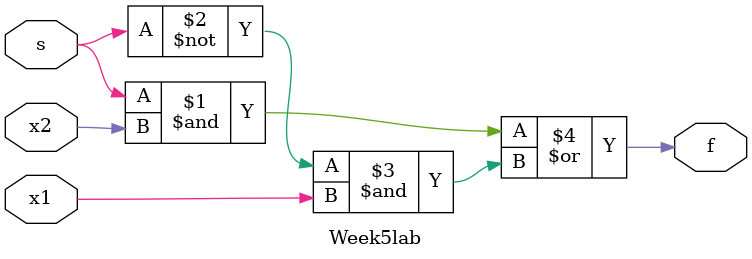
<source format=v>
module Week5lab (
input x1 ,
input x2 ,
input s,
output f
);
assign f = (s & x2) | ((~ s) & x1);
endmodule
</source>
